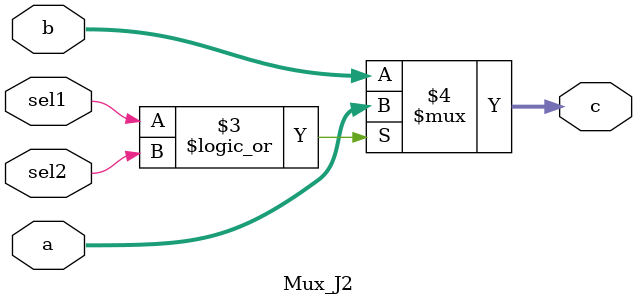
<source format=v>
module Mux_J2(
    input [31:0] a,
    input [31:0] b,
    input sel1, 
    input sel2,
    output [31:0] c
);
    assign c = (sel1 == 1'b1 || sel2 == 1'b1) ? a : b; // a phải là pc + 4                                                      // b là result
endmodule

</source>
